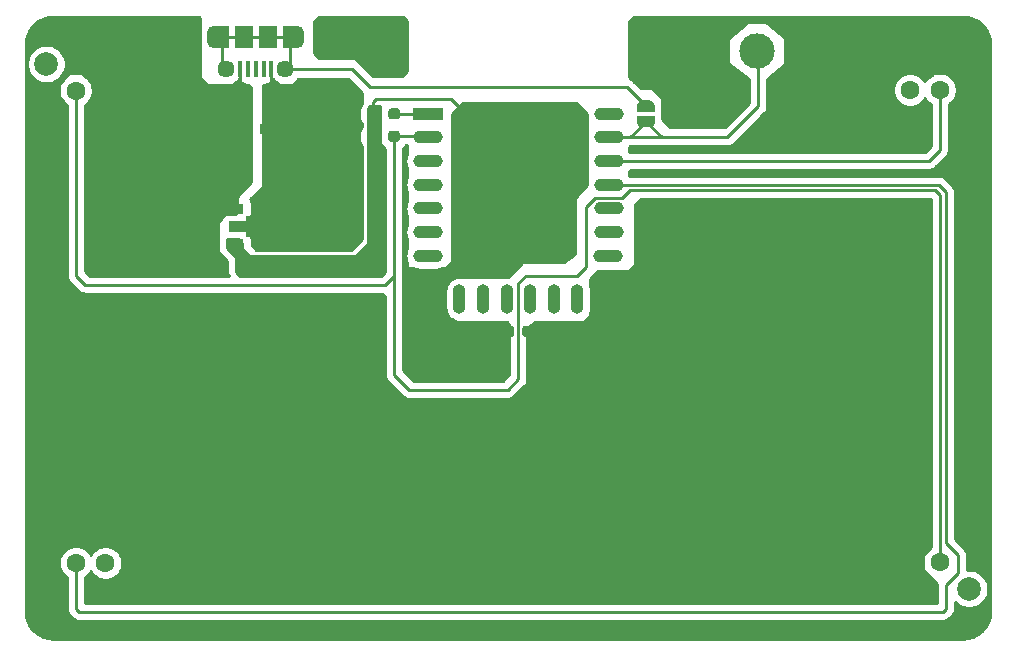
<source format=gtl>
%TF.GenerationSoftware,KiCad,Pcbnew,5.1.12-84ad8e8a86~92~ubuntu20.04.1*%
%TF.CreationDate,2022-11-18T17:27:09+01:00*%
%TF.ProjectId,pongCard,706f6e67-4361-4726-942e-6b696361645f,rev?*%
%TF.SameCoordinates,Original*%
%TF.FileFunction,Copper,L1,Top*%
%TF.FilePolarity,Positive*%
%FSLAX46Y46*%
G04 Gerber Fmt 4.6, Leading zero omitted, Abs format (unit mm)*
G04 Created by KiCad (PCBNEW 5.1.12-84ad8e8a86~92~ubuntu20.04.1) date 2022-11-18 17:27:09*
%MOMM*%
%LPD*%
G01*
G04 APERTURE LIST*
%TA.AperFunction,ComponentPad*%
%ADD10C,1.600000*%
%TD*%
%TA.AperFunction,ComponentPad*%
%ADD11C,2.000000*%
%TD*%
%TA.AperFunction,ComponentPad*%
%ADD12O,1.100000X2.500000*%
%TD*%
%TA.AperFunction,ComponentPad*%
%ADD13O,2.500000X1.100000*%
%TD*%
%TA.AperFunction,ComponentPad*%
%ADD14R,2.500000X1.100000*%
%TD*%
%TA.AperFunction,SMDPad,CuDef*%
%ADD15C,0.100000*%
%TD*%
%TA.AperFunction,SMDPad,CuDef*%
%ADD16R,1.300000X0.900000*%
%TD*%
%TA.AperFunction,SMDPad,CuDef*%
%ADD17R,1.200000X1.900000*%
%TD*%
%TA.AperFunction,ComponentPad*%
%ADD18O,1.200000X1.900000*%
%TD*%
%TA.AperFunction,SMDPad,CuDef*%
%ADD19R,1.500000X1.900000*%
%TD*%
%TA.AperFunction,ComponentPad*%
%ADD20C,1.450000*%
%TD*%
%TA.AperFunction,SMDPad,CuDef*%
%ADD21R,0.400000X1.350000*%
%TD*%
%TA.AperFunction,ComponentPad*%
%ADD22C,3.000000*%
%TD*%
%TA.AperFunction,Conductor*%
%ADD23C,0.250000*%
%TD*%
%TA.AperFunction,Conductor*%
%ADD24C,0.254000*%
%TD*%
%TA.AperFunction,Conductor*%
%ADD25C,0.100000*%
%TD*%
%TA.AperFunction,NonConductor*%
%ADD26C,0.254000*%
%TD*%
%TA.AperFunction,NonConductor*%
%ADD27C,0.100000*%
%TD*%
G04 APERTURE END LIST*
D10*
%TO.P,RV2,2*%
%TO.N,Net-(R5-Pad2)*%
X65405000Y-67424000D03*
%TO.P,RV2,MP*%
%TO.N,GND*%
X67905000Y-67424000D03*
%TO.P,RV2,L*%
%TO.N,N/C*%
X67905000Y-107424000D03*
%TO.P,RV2,3*%
%TO.N,Net-(RV2-Pad3)*%
X65405000Y-107424000D03*
D11*
%TO.P,RV2,1*%
%TO.N,Net-(RV2-Pad1)*%
X62905000Y-65174000D03*
%TO.P,RV2,MP*%
%TO.N,GND*%
X70405000Y-65174000D03*
X70405000Y-109674000D03*
X62905000Y-109924000D03*
%TD*%
D10*
%TO.P,RV1,2*%
%TO.N,Net-(R5-Pad2)*%
X138537000Y-107358000D03*
%TO.P,RV1,MP*%
%TO.N,GND*%
X136037000Y-107358000D03*
%TO.P,RV1,L*%
%TO.N,N/C*%
X136037000Y-67358000D03*
%TO.P,RV1,3*%
%TO.N,Net-(RV1-Pad3)*%
X138537000Y-67358000D03*
D11*
%TO.P,RV1,1*%
%TO.N,Net-(RV1-Pad1)*%
X141037000Y-109608000D03*
%TO.P,RV1,MP*%
%TO.N,GND*%
X133537000Y-109608000D03*
X133537000Y-65108000D03*
X141037000Y-64858000D03*
%TD*%
D12*
%TO.P,U3,22*%
%TO.N,Net-(U3-Pad22)*%
X107875000Y-85090000D03*
%TO.P,U3,21*%
%TO.N,Net-(U3-Pad21)*%
X105875000Y-85090000D03*
%TO.P,U3,20*%
%TO.N,Net-(U3-Pad20)*%
X103875000Y-85090000D03*
%TO.P,U3,19*%
%TO.N,Net-(U3-Pad19)*%
X101875000Y-85090000D03*
%TO.P,U3,18*%
%TO.N,Net-(U3-Pad18)*%
X99875000Y-85090000D03*
%TO.P,U3,17*%
%TO.N,Net-(U3-Pad17)*%
X97875000Y-85090000D03*
D13*
%TO.P,U3,16*%
%TO.N,Net-(U3-Pad16)*%
X110585000Y-69390000D03*
%TO.P,U3,15*%
%TO.N,Ant*%
X110585000Y-71390000D03*
%TO.P,U3,14*%
%TO.N,Net-(RV1-Pad3)*%
X110585000Y-73390000D03*
%TO.P,U3,13*%
%TO.N,Net-(RV2-Pad3)*%
X110585000Y-75390000D03*
%TO.P,U3,12*%
%TO.N,Net-(U3-Pad12)*%
X110585000Y-77390000D03*
%TO.P,U3,11*%
%TO.N,Net-(U3-Pad11)*%
X110585000Y-79390000D03*
%TO.P,U3,10*%
%TO.N,Net-(U3-Pad10)*%
X110485000Y-81390000D03*
%TO.P,U3,9*%
%TO.N,GND*%
X110585000Y-83390000D03*
%TO.P,U3,8*%
%TO.N,+3V3*%
X95185000Y-83390000D03*
%TO.P,U3,7*%
%TO.N,Net-(U3-Pad7)*%
X95185000Y-81390000D03*
%TO.P,U3,6*%
%TO.N,Net-(U3-Pad6)*%
X95185000Y-79390000D03*
%TO.P,U3,5*%
%TO.N,Net-(U3-Pad5)*%
X95185000Y-77390000D03*
%TO.P,U3,4*%
%TO.N,Net-(U3-Pad4)*%
X95185000Y-75390000D03*
%TO.P,U3,3*%
%TO.N,Net-(U3-Pad3)*%
X95185000Y-73390000D03*
%TO.P,U3,2*%
%TO.N,Net-(R5-Pad2)*%
X95185000Y-71390000D03*
D14*
%TO.P,U3,1*%
%TO.N,Net-(R4-Pad2)*%
X95185000Y-69390000D03*
%TD*%
%TA.AperFunction,SMDPad,CuDef*%
D15*
%TO.P,U2,2*%
%TO.N,Net-(C3-Pad1)*%
G36*
X82945000Y-79781500D02*
G01*
X79820000Y-79781500D01*
X79820000Y-79365000D01*
X78345000Y-79365000D01*
X78345000Y-78465000D01*
X79820000Y-78465000D01*
X79820000Y-78048500D01*
X82945000Y-78048500D01*
X82945000Y-79781500D01*
G37*
%TD.AperFunction*%
D16*
%TO.P,U2,3*%
%TO.N,+3V3*%
X78995000Y-80415000D03*
%TO.P,U2,1*%
%TO.N,GND*%
X78995000Y-77415000D03*
%TD*%
%TO.P,R5,2*%
%TO.N,Net-(R5-Pad2)*%
%TA.AperFunction,SMDPad,CuDef*%
G36*
G01*
X91865000Y-71532500D02*
X91865000Y-71057500D01*
G75*
G02*
X92102500Y-70820000I237500J0D01*
G01*
X92602500Y-70820000D01*
G75*
G02*
X92840000Y-71057500I0J-237500D01*
G01*
X92840000Y-71532500D01*
G75*
G02*
X92602500Y-71770000I-237500J0D01*
G01*
X92102500Y-71770000D01*
G75*
G02*
X91865000Y-71532500I0J237500D01*
G01*
G37*
%TD.AperFunction*%
%TO.P,R5,1*%
%TO.N,+3V3*%
%TA.AperFunction,SMDPad,CuDef*%
G36*
G01*
X90040000Y-71532500D02*
X90040000Y-71057500D01*
G75*
G02*
X90277500Y-70820000I237500J0D01*
G01*
X90777500Y-70820000D01*
G75*
G02*
X91015000Y-71057500I0J-237500D01*
G01*
X91015000Y-71532500D01*
G75*
G02*
X90777500Y-71770000I-237500J0D01*
G01*
X90277500Y-71770000D01*
G75*
G02*
X90040000Y-71532500I0J237500D01*
G01*
G37*
%TD.AperFunction*%
%TD*%
%TO.P,R4,2*%
%TO.N,Net-(R4-Pad2)*%
%TA.AperFunction,SMDPad,CuDef*%
G36*
G01*
X91865000Y-69627500D02*
X91865000Y-69152500D01*
G75*
G02*
X92102500Y-68915000I237500J0D01*
G01*
X92602500Y-68915000D01*
G75*
G02*
X92840000Y-69152500I0J-237500D01*
G01*
X92840000Y-69627500D01*
G75*
G02*
X92602500Y-69865000I-237500J0D01*
G01*
X92102500Y-69865000D01*
G75*
G02*
X91865000Y-69627500I0J237500D01*
G01*
G37*
%TD.AperFunction*%
%TO.P,R4,1*%
%TO.N,+3V3*%
%TA.AperFunction,SMDPad,CuDef*%
G36*
G01*
X90040000Y-69627500D02*
X90040000Y-69152500D01*
G75*
G02*
X90277500Y-68915000I237500J0D01*
G01*
X90777500Y-68915000D01*
G75*
G02*
X91015000Y-69152500I0J-237500D01*
G01*
X91015000Y-69627500D01*
G75*
G02*
X90777500Y-69865000I-237500J0D01*
G01*
X90277500Y-69865000D01*
G75*
G02*
X90040000Y-69627500I0J237500D01*
G01*
G37*
%TD.AperFunction*%
%TD*%
%TA.AperFunction,SMDPad,CuDef*%
D15*
%TO.P,JP1,2*%
%TO.N,Net-(J1-Pad6)*%
G36*
X112915602Y-68740000D02*
G01*
X112915602Y-68715466D01*
X112920412Y-68666635D01*
X112929984Y-68618510D01*
X112944228Y-68571555D01*
X112963005Y-68526222D01*
X112986136Y-68482949D01*
X113013396Y-68442150D01*
X113044524Y-68404221D01*
X113079221Y-68369524D01*
X113117150Y-68338396D01*
X113157949Y-68311136D01*
X113201222Y-68288005D01*
X113246555Y-68269228D01*
X113293510Y-68254984D01*
X113341635Y-68245412D01*
X113390466Y-68240602D01*
X113415000Y-68240602D01*
X113415000Y-68240000D01*
X113915000Y-68240000D01*
X113915000Y-68240602D01*
X113939534Y-68240602D01*
X113988365Y-68245412D01*
X114036490Y-68254984D01*
X114083445Y-68269228D01*
X114128778Y-68288005D01*
X114172051Y-68311136D01*
X114212850Y-68338396D01*
X114250779Y-68369524D01*
X114285476Y-68404221D01*
X114316604Y-68442150D01*
X114343864Y-68482949D01*
X114366995Y-68526222D01*
X114385772Y-68571555D01*
X114400016Y-68618510D01*
X114409588Y-68666635D01*
X114414398Y-68715466D01*
X114414398Y-68740000D01*
X114415000Y-68740000D01*
X114415000Y-69240000D01*
X112915000Y-69240000D01*
X112915000Y-68740000D01*
X112915602Y-68740000D01*
G37*
%TD.AperFunction*%
%TA.AperFunction,SMDPad,CuDef*%
%TO.P,JP1,1*%
%TO.N,Ant*%
G36*
X114415000Y-69540000D02*
G01*
X114415000Y-70040000D01*
X114414398Y-70040000D01*
X114414398Y-70064534D01*
X114409588Y-70113365D01*
X114400016Y-70161490D01*
X114385772Y-70208445D01*
X114366995Y-70253778D01*
X114343864Y-70297051D01*
X114316604Y-70337850D01*
X114285476Y-70375779D01*
X114250779Y-70410476D01*
X114212850Y-70441604D01*
X114172051Y-70468864D01*
X114128778Y-70491995D01*
X114083445Y-70510772D01*
X114036490Y-70525016D01*
X113988365Y-70534588D01*
X113939534Y-70539398D01*
X113915000Y-70539398D01*
X113915000Y-70540000D01*
X113415000Y-70540000D01*
X113415000Y-70539398D01*
X113390466Y-70539398D01*
X113341635Y-70534588D01*
X113293510Y-70525016D01*
X113246555Y-70510772D01*
X113201222Y-70491995D01*
X113157949Y-70468864D01*
X113117150Y-70441604D01*
X113079221Y-70410476D01*
X113044524Y-70375779D01*
X113013396Y-70337850D01*
X112986136Y-70297051D01*
X112963005Y-70253778D01*
X112944228Y-70208445D01*
X112929984Y-70161490D01*
X112920412Y-70113365D01*
X112915602Y-70064534D01*
X112915602Y-70040000D01*
X112915000Y-70040000D01*
X112915000Y-69540000D01*
X114415000Y-69540000D01*
G37*
%TD.AperFunction*%
%TD*%
D17*
%TO.P,J1,6*%
%TO.N,Net-(J1-Pad6)*%
X83545000Y-62897500D03*
X77745000Y-62897500D03*
D18*
X77145000Y-62897500D03*
X84145000Y-62897500D03*
D19*
X81645000Y-62897500D03*
D20*
X78145000Y-65597500D03*
D21*
%TO.P,J1,3*%
%TO.N,Net-(J1-Pad3)*%
X80645000Y-65597500D03*
%TO.P,J1,4*%
%TO.N,Net-(J1-Pad4)*%
X79995000Y-65597500D03*
%TO.P,J1,5*%
%TO.N,GND*%
X79345000Y-65597500D03*
%TO.P,J1,1*%
%TO.N,Net-(C3-Pad1)*%
X81945000Y-65597500D03*
%TO.P,J1,2*%
%TO.N,Net-(J1-Pad2)*%
X81295000Y-65597500D03*
D20*
%TO.P,J1,6*%
%TO.N,Net-(J1-Pad6)*%
X83145000Y-65597500D03*
D19*
X79645000Y-62897500D03*
%TD*%
%TO.P,C4,2*%
%TO.N,GND*%
%TA.AperFunction,SMDPad,CuDef*%
G36*
G01*
X80320000Y-70422500D02*
X80320000Y-70897500D01*
G75*
G02*
X80082500Y-71135000I-237500J0D01*
G01*
X79482500Y-71135000D01*
G75*
G02*
X79245000Y-70897500I0J237500D01*
G01*
X79245000Y-70422500D01*
G75*
G02*
X79482500Y-70185000I237500J0D01*
G01*
X80082500Y-70185000D01*
G75*
G02*
X80320000Y-70422500I0J-237500D01*
G01*
G37*
%TD.AperFunction*%
%TO.P,C4,1*%
%TO.N,Net-(C3-Pad1)*%
%TA.AperFunction,SMDPad,CuDef*%
G36*
G01*
X82045000Y-70422500D02*
X82045000Y-70897500D01*
G75*
G02*
X81807500Y-71135000I-237500J0D01*
G01*
X81207500Y-71135000D01*
G75*
G02*
X80970000Y-70897500I0J237500D01*
G01*
X80970000Y-70422500D01*
G75*
G02*
X81207500Y-70185000I237500J0D01*
G01*
X81807500Y-70185000D01*
G75*
G02*
X82045000Y-70422500I0J-237500D01*
G01*
G37*
%TD.AperFunction*%
%TD*%
%TO.P,C3,2*%
%TO.N,GND*%
%TA.AperFunction,SMDPad,CuDef*%
G36*
G01*
X79745000Y-73819999D02*
X79745000Y-75120001D01*
G75*
G02*
X79495001Y-75370000I-249999J0D01*
G01*
X78669999Y-75370000D01*
G75*
G02*
X78420000Y-75120001I0J249999D01*
G01*
X78420000Y-73819999D01*
G75*
G02*
X78669999Y-73570000I249999J0D01*
G01*
X79495001Y-73570000D01*
G75*
G02*
X79745000Y-73819999I0J-249999D01*
G01*
G37*
%TD.AperFunction*%
%TO.P,C3,1*%
%TO.N,Net-(C3-Pad1)*%
%TA.AperFunction,SMDPad,CuDef*%
G36*
G01*
X82870000Y-73819999D02*
X82870000Y-75120001D01*
G75*
G02*
X82620001Y-75370000I-249999J0D01*
G01*
X81794999Y-75370000D01*
G75*
G02*
X81545000Y-75120001I0J249999D01*
G01*
X81545000Y-73819999D01*
G75*
G02*
X81794999Y-73570000I249999J0D01*
G01*
X82620001Y-73570000D01*
G75*
G02*
X82870000Y-73819999I0J-249999D01*
G01*
G37*
%TD.AperFunction*%
%TD*%
%TO.P,C2,2*%
%TO.N,GND*%
%TA.AperFunction,SMDPad,CuDef*%
G36*
G01*
X103195000Y-88042500D02*
X103195000Y-87567500D01*
G75*
G02*
X103432500Y-87330000I237500J0D01*
G01*
X104032500Y-87330000D01*
G75*
G02*
X104270000Y-87567500I0J-237500D01*
G01*
X104270000Y-88042500D01*
G75*
G02*
X104032500Y-88280000I-237500J0D01*
G01*
X103432500Y-88280000D01*
G75*
G02*
X103195000Y-88042500I0J237500D01*
G01*
G37*
%TD.AperFunction*%
%TO.P,C2,1*%
%TO.N,+3V3*%
%TA.AperFunction,SMDPad,CuDef*%
G36*
G01*
X101470000Y-88042500D02*
X101470000Y-87567500D01*
G75*
G02*
X101707500Y-87330000I237500J0D01*
G01*
X102307500Y-87330000D01*
G75*
G02*
X102545000Y-87567500I0J-237500D01*
G01*
X102545000Y-88042500D01*
G75*
G02*
X102307500Y-88280000I-237500J0D01*
G01*
X101707500Y-88280000D01*
G75*
G02*
X101470000Y-88042500I0J237500D01*
G01*
G37*
%TD.AperFunction*%
%TD*%
%TO.P,C1,2*%
%TO.N,GND*%
%TA.AperFunction,SMDPad,CuDef*%
G36*
G01*
X103770000Y-90995001D02*
X103770000Y-89694999D01*
G75*
G02*
X104019999Y-89445000I249999J0D01*
G01*
X104845001Y-89445000D01*
G75*
G02*
X105095000Y-89694999I0J-249999D01*
G01*
X105095000Y-90995001D01*
G75*
G02*
X104845001Y-91245000I-249999J0D01*
G01*
X104019999Y-91245000D01*
G75*
G02*
X103770000Y-90995001I0J249999D01*
G01*
G37*
%TD.AperFunction*%
%TO.P,C1,1*%
%TO.N,+3V3*%
%TA.AperFunction,SMDPad,CuDef*%
G36*
G01*
X100645000Y-90995001D02*
X100645000Y-89694999D01*
G75*
G02*
X100894999Y-89445000I249999J0D01*
G01*
X101720001Y-89445000D01*
G75*
G02*
X101970000Y-89694999I0J-249999D01*
G01*
X101970000Y-90995001D01*
G75*
G02*
X101720001Y-91245000I-249999J0D01*
G01*
X100894999Y-91245000D01*
G75*
G02*
X100645000Y-90995001I0J249999D01*
G01*
G37*
%TD.AperFunction*%
%TD*%
D22*
%TO.P,AE1,1*%
%TO.N,Ant*%
X123063000Y-64056000D03*
%TD*%
D23*
%TO.N,Ant*%
X123190000Y-68755000D02*
X123190000Y-63040000D01*
X120555000Y-71390000D02*
X123190000Y-68755000D01*
X112315000Y-71390000D02*
X113665000Y-70040000D01*
X109885000Y-71390000D02*
X112315000Y-71390000D01*
X115015000Y-71390000D02*
X115411000Y-71390000D01*
X113665000Y-70040000D02*
X115015000Y-71390000D01*
X115411000Y-71390000D02*
X120555000Y-71390000D01*
X109885000Y-71390000D02*
X115411000Y-71390000D01*
%TO.N,GND*%
X79345000Y-70222500D02*
X79782500Y-70660000D01*
X79345000Y-65597500D02*
X79345000Y-70222500D01*
X79345000Y-74207500D02*
X79082500Y-74470000D01*
X79345000Y-70222500D02*
X79345000Y-74207500D01*
X79082500Y-77327500D02*
X78995000Y-77415000D01*
X79082500Y-74470000D02*
X79082500Y-77327500D01*
X109885000Y-83390000D02*
X109885000Y-86505000D01*
X109885000Y-86505000D02*
X108585000Y-87805000D01*
X108585000Y-87805000D02*
X103732500Y-87805000D01*
X109885000Y-86505000D02*
X109885000Y-89680000D01*
X109220000Y-90345000D02*
X104432500Y-90345000D01*
X109885000Y-89680000D02*
X109220000Y-90345000D01*
X70155000Y-65174000D02*
X70405000Y-65174000D01*
X79082500Y-73851500D02*
X79082500Y-74470000D01*
%TO.N,+3V3*%
X101307500Y-90345000D02*
X96520000Y-90345000D01*
X96520000Y-90345000D02*
X95885000Y-89710000D01*
X97155000Y-87805000D02*
X95885000Y-86535000D01*
X102007500Y-87805000D02*
X97155000Y-87805000D01*
X95885000Y-86535000D02*
X95885000Y-83390000D01*
X95885000Y-89710000D02*
X95885000Y-86535000D01*
X90527500Y-69390000D02*
X90527500Y-71295000D01*
X97790000Y-81485000D02*
X95885000Y-83390000D01*
X97790000Y-68755000D02*
X97790000Y-81485000D01*
X97155000Y-68120000D02*
X97790000Y-68755000D01*
X90805000Y-68120000D02*
X97155000Y-68120000D01*
X90527500Y-68397500D02*
X90805000Y-68120000D01*
X90527500Y-69390000D02*
X90527500Y-68397500D01*
%TO.N,Net-(C3-Pad1)*%
X81945000Y-70222500D02*
X81507500Y-70660000D01*
X81945000Y-65597500D02*
X81945000Y-70222500D01*
X81945000Y-74207500D02*
X82207500Y-74470000D01*
X81945000Y-70222500D02*
X81945000Y-74207500D01*
X82207500Y-74470000D02*
X82207500Y-77352500D01*
X80645000Y-78915000D02*
X79082500Y-78915000D01*
X82207500Y-77352500D02*
X80645000Y-78915000D01*
%TO.N,Net-(J1-Pad6)*%
X83545000Y-65197500D02*
X83145000Y-65597500D01*
X83545000Y-62897500D02*
X83545000Y-65197500D01*
X78145000Y-65597500D02*
X78122500Y-65597500D01*
X77745000Y-65220000D02*
X77745000Y-62897500D01*
X78122500Y-65597500D02*
X77745000Y-65220000D01*
X77745000Y-62897500D02*
X79645000Y-62897500D01*
X79645000Y-62897500D02*
X81645000Y-62897500D01*
X81645000Y-62897500D02*
X84145000Y-62897500D01*
X113665000Y-68740000D02*
X112791000Y-67866000D01*
X88773000Y-65580000D02*
X83162500Y-65580000D01*
X90297000Y-67104000D02*
X88773000Y-65580000D01*
X112029000Y-67104000D02*
X90297000Y-67104000D01*
X83162500Y-65580000D02*
X83145000Y-65597500D01*
X113665000Y-68740000D02*
X112029000Y-67104000D01*
%TO.N,Net-(R4-Pad2)*%
X92352500Y-69390000D02*
X95885000Y-69390000D01*
%TO.N,Net-(R5-Pad2)*%
X95790000Y-71295000D02*
X95885000Y-71390000D01*
X92352500Y-71295000D02*
X95790000Y-71295000D01*
X65405000Y-67650000D02*
X65425000Y-67630000D01*
X92352500Y-83082500D02*
X91594991Y-83840009D01*
X92352500Y-71295000D02*
X92352500Y-83082500D01*
X91594991Y-83840009D02*
X66139009Y-83840009D01*
X65405000Y-83106000D02*
X65405000Y-67424000D01*
X66139009Y-83840009D02*
X65405000Y-83106000D01*
X138557000Y-107338000D02*
X138537000Y-107358000D01*
X138557000Y-76248000D02*
X138557000Y-107338000D01*
X92352500Y-83082500D02*
X92352500Y-91511500D01*
X108585000Y-82344000D02*
X108585000Y-77264000D01*
X112294990Y-75840010D02*
X138149010Y-75840010D01*
X101981000Y-92758000D02*
X102870000Y-91869000D01*
X102870000Y-91869000D02*
X102870000Y-83741000D01*
X102870000Y-83741000D02*
X103505000Y-83106000D01*
X92352500Y-91511500D02*
X93599000Y-92758000D01*
X107823000Y-83106000D02*
X108585000Y-82344000D01*
X108585000Y-77264000D02*
X109347000Y-76502000D01*
X103505000Y-83106000D02*
X107823000Y-83106000D01*
X93599000Y-92758000D02*
X101981000Y-92758000D01*
X109347000Y-76502000D02*
X111633000Y-76502000D01*
X138149010Y-75840010D02*
X138557000Y-76248000D01*
X111633000Y-76502000D02*
X112294990Y-75840010D01*
%TO.N,Net-(RV1-Pad3)*%
X109885000Y-73390000D02*
X137605000Y-73390000D01*
X138537000Y-72458000D02*
X138537000Y-67358000D01*
X137605000Y-73390000D02*
X138537000Y-72458000D01*
%TO.N,Net-(RV2-Pad3)*%
X137445000Y-75390000D02*
X138145000Y-75390000D01*
X109885000Y-75390000D02*
X137445000Y-75390000D01*
X138461000Y-75390000D02*
X137445000Y-75390000D01*
X140081000Y-108252000D02*
X139065000Y-109268000D01*
X140081000Y-106728000D02*
X140081000Y-108252000D01*
X139065000Y-105712000D02*
X140081000Y-106728000D01*
X139065000Y-75994000D02*
X139065000Y-105712000D01*
X138461000Y-75390000D02*
X139065000Y-75994000D01*
X65405000Y-107424000D02*
X65405000Y-111300000D01*
X65405000Y-111300000D02*
X65659000Y-111554000D01*
X65659000Y-111554000D02*
X138811000Y-111554000D01*
X139065000Y-111300000D02*
X139065000Y-109268000D01*
X138811000Y-111554000D02*
X139065000Y-111300000D01*
%TD*%
D24*
%TO.N,+3V3*%
X108698077Y-69428683D02*
X108712000Y-69570043D01*
X108712000Y-71209957D01*
X108694267Y-71390000D01*
X108712000Y-71570043D01*
X108712000Y-73209957D01*
X108694267Y-73390000D01*
X108712000Y-73570043D01*
X108712000Y-75209957D01*
X108694267Y-75390000D01*
X108699748Y-75445646D01*
X107733197Y-76412197D01*
X107717403Y-76431443D01*
X107705667Y-76453399D01*
X107698440Y-76477224D01*
X107696000Y-76502000D01*
X107696000Y-81264500D01*
X106764667Y-81963000D01*
X103251000Y-81963000D01*
X103226224Y-81965440D01*
X103202399Y-81972667D01*
X103180443Y-81984403D01*
X103161197Y-82000197D01*
X101954315Y-83207079D01*
X101875000Y-83199267D01*
X101642700Y-83222147D01*
X101606922Y-83233000D01*
X100143077Y-83233000D01*
X100107299Y-83222147D01*
X99875000Y-83199267D01*
X99642700Y-83222147D01*
X99606922Y-83233000D01*
X98143077Y-83233000D01*
X98107299Y-83222147D01*
X97875000Y-83199267D01*
X97642700Y-83222147D01*
X97419326Y-83289906D01*
X97213464Y-83399942D01*
X97033025Y-83548025D01*
X96884942Y-83728465D01*
X96774906Y-83934327D01*
X96707147Y-84157701D01*
X96690000Y-84331794D01*
X96690000Y-85848207D01*
X96707147Y-86022300D01*
X96774906Y-86245674D01*
X96884943Y-86451536D01*
X97033026Y-86631975D01*
X97213465Y-86780058D01*
X97419327Y-86890094D01*
X97474104Y-86906710D01*
X97573197Y-87005803D01*
X97592443Y-87021597D01*
X97614399Y-87033333D01*
X97638224Y-87040560D01*
X97663000Y-87043000D01*
X101928394Y-87043000D01*
X102110001Y-87224607D01*
X102110000Y-91433394D01*
X101545394Y-91998000D01*
X94034606Y-91998000D01*
X93112500Y-91075894D01*
X93112500Y-83119833D01*
X93116177Y-83082500D01*
X93112500Y-83045167D01*
X93112500Y-72342106D01*
X93399606Y-72055000D01*
X93472000Y-72055000D01*
X93472000Y-72771385D01*
X93384906Y-72934326D01*
X93317147Y-73157700D01*
X93294267Y-73390000D01*
X93317147Y-73622300D01*
X93384906Y-73845674D01*
X93472000Y-74008615D01*
X93472000Y-74771385D01*
X93384906Y-74934326D01*
X93317147Y-75157700D01*
X93294267Y-75390000D01*
X93317147Y-75622300D01*
X93384906Y-75845674D01*
X93472000Y-76008615D01*
X93472000Y-76771385D01*
X93384906Y-76934326D01*
X93317147Y-77157700D01*
X93294267Y-77390000D01*
X93317147Y-77622300D01*
X93384906Y-77845674D01*
X93472000Y-78008615D01*
X93472000Y-78771385D01*
X93384906Y-78934326D01*
X93317147Y-79157700D01*
X93294267Y-79390000D01*
X93317147Y-79622300D01*
X93384906Y-79845674D01*
X93472000Y-80008615D01*
X93472000Y-80771385D01*
X93384906Y-80934326D01*
X93317147Y-81157700D01*
X93294267Y-81390000D01*
X93317147Y-81622300D01*
X93384906Y-81845674D01*
X93472000Y-82008615D01*
X93472000Y-82344000D01*
X93474440Y-82368776D01*
X93481667Y-82392601D01*
X93493403Y-82414557D01*
X93509197Y-82433803D01*
X93528443Y-82449597D01*
X93550399Y-82461333D01*
X93574224Y-82468560D01*
X93599000Y-82471000D01*
X93993604Y-82471000D01*
X94029326Y-82490094D01*
X94252700Y-82557853D01*
X94426793Y-82575000D01*
X95943207Y-82575000D01*
X96117300Y-82557853D01*
X96340674Y-82490094D01*
X96376396Y-82471000D01*
X96647000Y-82471000D01*
X96671776Y-82468560D01*
X96695601Y-82461333D01*
X96717557Y-82449597D01*
X96736803Y-82433803D01*
X97244803Y-81925803D01*
X97260597Y-81906557D01*
X97272333Y-81884601D01*
X97279560Y-81860776D01*
X97282000Y-81836000D01*
X97282000Y-69442606D01*
X98223606Y-68501000D01*
X107770394Y-68501000D01*
X108698077Y-69428683D01*
%TA.AperFunction,Conductor*%
D25*
G36*
X108698077Y-69428683D02*
G01*
X108712000Y-69570043D01*
X108712000Y-71209957D01*
X108694267Y-71390000D01*
X108712000Y-71570043D01*
X108712000Y-73209957D01*
X108694267Y-73390000D01*
X108712000Y-73570043D01*
X108712000Y-75209957D01*
X108694267Y-75390000D01*
X108699748Y-75445646D01*
X107733197Y-76412197D01*
X107717403Y-76431443D01*
X107705667Y-76453399D01*
X107698440Y-76477224D01*
X107696000Y-76502000D01*
X107696000Y-81264500D01*
X106764667Y-81963000D01*
X103251000Y-81963000D01*
X103226224Y-81965440D01*
X103202399Y-81972667D01*
X103180443Y-81984403D01*
X103161197Y-82000197D01*
X101954315Y-83207079D01*
X101875000Y-83199267D01*
X101642700Y-83222147D01*
X101606922Y-83233000D01*
X100143077Y-83233000D01*
X100107299Y-83222147D01*
X99875000Y-83199267D01*
X99642700Y-83222147D01*
X99606922Y-83233000D01*
X98143077Y-83233000D01*
X98107299Y-83222147D01*
X97875000Y-83199267D01*
X97642700Y-83222147D01*
X97419326Y-83289906D01*
X97213464Y-83399942D01*
X97033025Y-83548025D01*
X96884942Y-83728465D01*
X96774906Y-83934327D01*
X96707147Y-84157701D01*
X96690000Y-84331794D01*
X96690000Y-85848207D01*
X96707147Y-86022300D01*
X96774906Y-86245674D01*
X96884943Y-86451536D01*
X97033026Y-86631975D01*
X97213465Y-86780058D01*
X97419327Y-86890094D01*
X97474104Y-86906710D01*
X97573197Y-87005803D01*
X97592443Y-87021597D01*
X97614399Y-87033333D01*
X97638224Y-87040560D01*
X97663000Y-87043000D01*
X101928394Y-87043000D01*
X102110001Y-87224607D01*
X102110000Y-91433394D01*
X101545394Y-91998000D01*
X94034606Y-91998000D01*
X93112500Y-91075894D01*
X93112500Y-83119833D01*
X93116177Y-83082500D01*
X93112500Y-83045167D01*
X93112500Y-72342106D01*
X93399606Y-72055000D01*
X93472000Y-72055000D01*
X93472000Y-72771385D01*
X93384906Y-72934326D01*
X93317147Y-73157700D01*
X93294267Y-73390000D01*
X93317147Y-73622300D01*
X93384906Y-73845674D01*
X93472000Y-74008615D01*
X93472000Y-74771385D01*
X93384906Y-74934326D01*
X93317147Y-75157700D01*
X93294267Y-75390000D01*
X93317147Y-75622300D01*
X93384906Y-75845674D01*
X93472000Y-76008615D01*
X93472000Y-76771385D01*
X93384906Y-76934326D01*
X93317147Y-77157700D01*
X93294267Y-77390000D01*
X93317147Y-77622300D01*
X93384906Y-77845674D01*
X93472000Y-78008615D01*
X93472000Y-78771385D01*
X93384906Y-78934326D01*
X93317147Y-79157700D01*
X93294267Y-79390000D01*
X93317147Y-79622300D01*
X93384906Y-79845674D01*
X93472000Y-80008615D01*
X93472000Y-80771385D01*
X93384906Y-80934326D01*
X93317147Y-81157700D01*
X93294267Y-81390000D01*
X93317147Y-81622300D01*
X93384906Y-81845674D01*
X93472000Y-82008615D01*
X93472000Y-82344000D01*
X93474440Y-82368776D01*
X93481667Y-82392601D01*
X93493403Y-82414557D01*
X93509197Y-82433803D01*
X93528443Y-82449597D01*
X93550399Y-82461333D01*
X93574224Y-82468560D01*
X93599000Y-82471000D01*
X93993604Y-82471000D01*
X94029326Y-82490094D01*
X94252700Y-82557853D01*
X94426793Y-82575000D01*
X95943207Y-82575000D01*
X96117300Y-82557853D01*
X96340674Y-82490094D01*
X96376396Y-82471000D01*
X96647000Y-82471000D01*
X96671776Y-82468560D01*
X96695601Y-82461333D01*
X96717557Y-82449597D01*
X96736803Y-82433803D01*
X97244803Y-81925803D01*
X97260597Y-81906557D01*
X97272333Y-81884601D01*
X97279560Y-81860776D01*
X97282000Y-81836000D01*
X97282000Y-69442606D01*
X98223606Y-68501000D01*
X107770394Y-68501000D01*
X108698077Y-69428683D01*
G37*
%TD.AperFunction*%
%TD*%
D24*
%TO.N,Net-(C3-Pad1)*%
X89662000Y-67664606D02*
X89662000Y-68530404D01*
X89658377Y-68533377D01*
X89549488Y-68666058D01*
X89468577Y-68817433D01*
X89418752Y-68981684D01*
X89401928Y-69152500D01*
X89401928Y-69627500D01*
X89418752Y-69798316D01*
X89468577Y-69962567D01*
X89549488Y-70113942D01*
X89658377Y-70246623D01*
X89662000Y-70249596D01*
X89662000Y-70435404D01*
X89658377Y-70438377D01*
X89549488Y-70571058D01*
X89468577Y-70722433D01*
X89418752Y-70886684D01*
X89401928Y-71057500D01*
X89401928Y-71532500D01*
X89418752Y-71703316D01*
X89468577Y-71867567D01*
X89549488Y-72018942D01*
X89658377Y-72151623D01*
X89662000Y-72154596D01*
X89662000Y-80005394D01*
X88720394Y-80947000D01*
X80697606Y-80947000D01*
X80283072Y-80532466D01*
X80283072Y-79965000D01*
X80270812Y-79840518D01*
X80264000Y-79818062D01*
X80264000Y-79550000D01*
X80261560Y-79525224D01*
X80254333Y-79501399D01*
X80242597Y-79479443D01*
X80226803Y-79460197D01*
X80010000Y-79243394D01*
X80010000Y-78386915D01*
X80096185Y-78316185D01*
X80175537Y-78219494D01*
X80234502Y-78109180D01*
X80270812Y-77989482D01*
X80283072Y-77865000D01*
X80283072Y-76965000D01*
X80270812Y-76840518D01*
X80234502Y-76720820D01*
X80186880Y-76631726D01*
X81242803Y-75575803D01*
X81258597Y-75556557D01*
X81270333Y-75534601D01*
X81277560Y-75510776D01*
X81280000Y-75486000D01*
X81280000Y-66910572D01*
X81495000Y-66910572D01*
X81619482Y-66898312D01*
X81739180Y-66862002D01*
X81849494Y-66803037D01*
X81946185Y-66723685D01*
X82025537Y-66626994D01*
X82084502Y-66516680D01*
X82097617Y-66473447D01*
X82278051Y-66653881D01*
X82348040Y-66700646D01*
X82587197Y-66939803D01*
X82606443Y-66955597D01*
X82628399Y-66967333D01*
X82652224Y-66974560D01*
X82677000Y-66977000D01*
X83693000Y-66977000D01*
X83717776Y-66974560D01*
X83741601Y-66967333D01*
X83763557Y-66955597D01*
X83782803Y-66939803D01*
X84253606Y-66469000D01*
X88466394Y-66469000D01*
X89662000Y-67664606D01*
%TA.AperFunction,Conductor*%
D25*
G36*
X89662000Y-67664606D02*
G01*
X89662000Y-68530404D01*
X89658377Y-68533377D01*
X89549488Y-68666058D01*
X89468577Y-68817433D01*
X89418752Y-68981684D01*
X89401928Y-69152500D01*
X89401928Y-69627500D01*
X89418752Y-69798316D01*
X89468577Y-69962567D01*
X89549488Y-70113942D01*
X89658377Y-70246623D01*
X89662000Y-70249596D01*
X89662000Y-70435404D01*
X89658377Y-70438377D01*
X89549488Y-70571058D01*
X89468577Y-70722433D01*
X89418752Y-70886684D01*
X89401928Y-71057500D01*
X89401928Y-71532500D01*
X89418752Y-71703316D01*
X89468577Y-71867567D01*
X89549488Y-72018942D01*
X89658377Y-72151623D01*
X89662000Y-72154596D01*
X89662000Y-80005394D01*
X88720394Y-80947000D01*
X80697606Y-80947000D01*
X80283072Y-80532466D01*
X80283072Y-79965000D01*
X80270812Y-79840518D01*
X80264000Y-79818062D01*
X80264000Y-79550000D01*
X80261560Y-79525224D01*
X80254333Y-79501399D01*
X80242597Y-79479443D01*
X80226803Y-79460197D01*
X80010000Y-79243394D01*
X80010000Y-78386915D01*
X80096185Y-78316185D01*
X80175537Y-78219494D01*
X80234502Y-78109180D01*
X80270812Y-77989482D01*
X80283072Y-77865000D01*
X80283072Y-76965000D01*
X80270812Y-76840518D01*
X80234502Y-76720820D01*
X80186880Y-76631726D01*
X81242803Y-75575803D01*
X81258597Y-75556557D01*
X81270333Y-75534601D01*
X81277560Y-75510776D01*
X81280000Y-75486000D01*
X81280000Y-66910572D01*
X81495000Y-66910572D01*
X81619482Y-66898312D01*
X81739180Y-66862002D01*
X81849494Y-66803037D01*
X81946185Y-66723685D01*
X82025537Y-66626994D01*
X82084502Y-66516680D01*
X82097617Y-66473447D01*
X82278051Y-66653881D01*
X82348040Y-66700646D01*
X82587197Y-66939803D01*
X82606443Y-66955597D01*
X82628399Y-66967333D01*
X82652224Y-66974560D01*
X82677000Y-66977000D01*
X83693000Y-66977000D01*
X83717776Y-66974560D01*
X83741601Y-66967333D01*
X83763557Y-66955597D01*
X83782803Y-66939803D01*
X84253606Y-66469000D01*
X88466394Y-66469000D01*
X89662000Y-67664606D01*
G37*
%TD.AperFunction*%
%TD*%
D24*
%TO.N,+3V3*%
X91186000Y-71930000D02*
X91188440Y-71954776D01*
X91195667Y-71978601D01*
X91207403Y-72000557D01*
X91223197Y-72019803D01*
X91592500Y-72389106D01*
X91592501Y-82767697D01*
X91280190Y-83080009D01*
X79274615Y-83080009D01*
X78994000Y-82799394D01*
X78994000Y-81582000D01*
X78991560Y-81557224D01*
X78984333Y-81533399D01*
X78972597Y-81511443D01*
X78956803Y-81492197D01*
X78232000Y-80767394D01*
X78232000Y-79991943D01*
X78345000Y-80003072D01*
X79223640Y-80003072D01*
X79230498Y-80025680D01*
X79289463Y-80135994D01*
X79368815Y-80232685D01*
X79465506Y-80312037D01*
X79502000Y-80331544D01*
X79502000Y-80820000D01*
X79504440Y-80844776D01*
X79511667Y-80868601D01*
X79523403Y-80890557D01*
X79539197Y-80909803D01*
X80047197Y-81417803D01*
X80066443Y-81433597D01*
X80088399Y-81445333D01*
X80112224Y-81452560D01*
X80137000Y-81455000D01*
X89027000Y-81455000D01*
X89051776Y-81452560D01*
X89075601Y-81445333D01*
X89097557Y-81433597D01*
X89116803Y-81417803D01*
X90132803Y-80401803D01*
X90148597Y-80382557D01*
X90160333Y-80360601D01*
X90167560Y-80336776D01*
X90170000Y-80312000D01*
X90170000Y-68934606D01*
X90349606Y-68755000D01*
X91186000Y-68755000D01*
X91186000Y-71930000D01*
%TA.AperFunction,Conductor*%
D25*
G36*
X91186000Y-71930000D02*
G01*
X91188440Y-71954776D01*
X91195667Y-71978601D01*
X91207403Y-72000557D01*
X91223197Y-72019803D01*
X91592500Y-72389106D01*
X91592501Y-82767697D01*
X91280190Y-83080009D01*
X79274615Y-83080009D01*
X78994000Y-82799394D01*
X78994000Y-81582000D01*
X78991560Y-81557224D01*
X78984333Y-81533399D01*
X78972597Y-81511443D01*
X78956803Y-81492197D01*
X78232000Y-80767394D01*
X78232000Y-79991943D01*
X78345000Y-80003072D01*
X79223640Y-80003072D01*
X79230498Y-80025680D01*
X79289463Y-80135994D01*
X79368815Y-80232685D01*
X79465506Y-80312037D01*
X79502000Y-80331544D01*
X79502000Y-80820000D01*
X79504440Y-80844776D01*
X79511667Y-80868601D01*
X79523403Y-80890557D01*
X79539197Y-80909803D01*
X80047197Y-81417803D01*
X80066443Y-81433597D01*
X80088399Y-81445333D01*
X80112224Y-81452560D01*
X80137000Y-81455000D01*
X89027000Y-81455000D01*
X89051776Y-81452560D01*
X89075601Y-81445333D01*
X89097557Y-81433597D01*
X89116803Y-81417803D01*
X90132803Y-80401803D01*
X90148597Y-80382557D01*
X90160333Y-80360601D01*
X90167560Y-80336776D01*
X90170000Y-80312000D01*
X90170000Y-68934606D01*
X90349606Y-68755000D01*
X91186000Y-68755000D01*
X91186000Y-71930000D01*
G37*
%TD.AperFunction*%
%TD*%
D24*
%TO.N,GND*%
X75946000Y-61314606D02*
X75946000Y-62245632D01*
X75927870Y-62305398D01*
X75910000Y-62486835D01*
X75910000Y-63308164D01*
X75927870Y-63489601D01*
X75946000Y-63549367D01*
X75946000Y-66342000D01*
X75948440Y-66366776D01*
X75955667Y-66390601D01*
X75967403Y-66412557D01*
X75983197Y-66431803D01*
X76491197Y-66939803D01*
X76510443Y-66955597D01*
X76532399Y-66967333D01*
X76556224Y-66974560D01*
X76581000Y-66977000D01*
X78613000Y-66977000D01*
X78637776Y-66974560D01*
X78661601Y-66967333D01*
X78683557Y-66955597D01*
X78702803Y-66939803D01*
X78941960Y-66700646D01*
X79011949Y-66653881D01*
X79192383Y-66473447D01*
X79205498Y-66516680D01*
X79264463Y-66626994D01*
X79343815Y-66723685D01*
X79440506Y-66803037D01*
X79550820Y-66862002D01*
X79670518Y-66898312D01*
X79795000Y-66910572D01*
X80017966Y-66910572D01*
X80264000Y-67156606D01*
X80264000Y-75179394D01*
X79031197Y-76412197D01*
X79015403Y-76431443D01*
X79003667Y-76453399D01*
X78996440Y-76477224D01*
X78994000Y-76502000D01*
X78994000Y-77826928D01*
X78345000Y-77826928D01*
X78220518Y-77839188D01*
X78100820Y-77875498D01*
X77990506Y-77934463D01*
X77893815Y-78013815D01*
X77814463Y-78110506D01*
X77784119Y-78167275D01*
X77507197Y-78444197D01*
X77491403Y-78463443D01*
X77479667Y-78485399D01*
X77472440Y-78509224D01*
X77470000Y-78534000D01*
X77470000Y-81074000D01*
X77472440Y-81098776D01*
X77479667Y-81122601D01*
X77491403Y-81144557D01*
X77507197Y-81163803D01*
X78232000Y-81888606D01*
X78232000Y-82852000D01*
X78234440Y-82876776D01*
X78241667Y-82900601D01*
X78253403Y-82922557D01*
X78269197Y-82941803D01*
X78407403Y-83080009D01*
X66574615Y-83080009D01*
X66165000Y-82670394D01*
X66165000Y-68642043D01*
X66319759Y-68538637D01*
X66519637Y-68338759D01*
X66676680Y-68103727D01*
X66718966Y-68001640D01*
X66764803Y-67955803D01*
X66780597Y-67936557D01*
X66792333Y-67914601D01*
X66799560Y-67890776D01*
X66802000Y-67866000D01*
X66802000Y-67756371D01*
X66840000Y-67565335D01*
X66840000Y-67282665D01*
X66802000Y-67091629D01*
X66802000Y-66850000D01*
X66799560Y-66825224D01*
X66792333Y-66801399D01*
X66780597Y-66779443D01*
X66764803Y-66760197D01*
X66531296Y-66526690D01*
X66519637Y-66509241D01*
X66319759Y-66309363D01*
X66302310Y-66297704D01*
X66002803Y-65998197D01*
X65983557Y-65982403D01*
X65961601Y-65970667D01*
X65937776Y-65963440D01*
X65913000Y-65961000D01*
X64897000Y-65961000D01*
X64872224Y-65963440D01*
X64848399Y-65970667D01*
X64826443Y-65982403D01*
X64807197Y-65998197D01*
X64507690Y-66297704D01*
X64490241Y-66309363D01*
X64290363Y-66509241D01*
X64278704Y-66526690D01*
X64045197Y-66760197D01*
X64029403Y-66779443D01*
X64017667Y-66801399D01*
X64010440Y-66825224D01*
X64008000Y-66850000D01*
X64008000Y-67091629D01*
X63970000Y-67282665D01*
X63970000Y-67565335D01*
X64008000Y-67756371D01*
X64008000Y-67866000D01*
X64010440Y-67890776D01*
X64017667Y-67914601D01*
X64029403Y-67936557D01*
X64045197Y-67955803D01*
X64091034Y-68001640D01*
X64133320Y-68103727D01*
X64290363Y-68338759D01*
X64490241Y-68538637D01*
X64645001Y-68642044D01*
X64645000Y-83068678D01*
X64641324Y-83106000D01*
X64645000Y-83143322D01*
X64645000Y-83143332D01*
X64655997Y-83254985D01*
X64678451Y-83329007D01*
X64699454Y-83398246D01*
X64770026Y-83530276D01*
X64809871Y-83578826D01*
X64864999Y-83646001D01*
X64894002Y-83669803D01*
X65575214Y-84351017D01*
X65599008Y-84380010D01*
X65628001Y-84403804D01*
X65628005Y-84403808D01*
X65680082Y-84446546D01*
X65714733Y-84474983D01*
X65846762Y-84545555D01*
X65990023Y-84589012D01*
X66101676Y-84600009D01*
X66101685Y-84600009D01*
X66139008Y-84603685D01*
X66176331Y-84600009D01*
X91357403Y-84600009D01*
X91592500Y-84835106D01*
X91592501Y-91474168D01*
X91588824Y-91511500D01*
X91603498Y-91660485D01*
X91646954Y-91803746D01*
X91717526Y-91935776D01*
X91777618Y-92008997D01*
X91812500Y-92051501D01*
X91841498Y-92075299D01*
X93035201Y-93269003D01*
X93058999Y-93298001D01*
X93174724Y-93392974D01*
X93306753Y-93463546D01*
X93450014Y-93507003D01*
X93561667Y-93518000D01*
X93561676Y-93518000D01*
X93598999Y-93521676D01*
X93636322Y-93518000D01*
X101943678Y-93518000D01*
X101981000Y-93521676D01*
X102018322Y-93518000D01*
X102018333Y-93518000D01*
X102129986Y-93507003D01*
X102273247Y-93463546D01*
X102405276Y-93392974D01*
X102521001Y-93298001D01*
X102544803Y-93268998D01*
X103381004Y-92432798D01*
X103410001Y-92409001D01*
X103504974Y-92293276D01*
X103575546Y-92161247D01*
X103619003Y-92017986D01*
X103630000Y-91906333D01*
X103630000Y-91906323D01*
X103633676Y-91869000D01*
X103630000Y-91831677D01*
X103630000Y-87552500D01*
X104309333Y-87043000D01*
X108331000Y-87043000D01*
X108355776Y-87040560D01*
X108379601Y-87033333D01*
X108401557Y-87021597D01*
X108420803Y-87005803D01*
X108928803Y-86497803D01*
X108944597Y-86478557D01*
X108956333Y-86456601D01*
X108963560Y-86432776D01*
X108966000Y-86408000D01*
X108966000Y-86262688D01*
X108975094Y-86245674D01*
X109042853Y-86022300D01*
X109060000Y-85848207D01*
X109060000Y-84331793D01*
X109042853Y-84157700D01*
X108975094Y-83934326D01*
X108966000Y-83917312D01*
X108966000Y-83412606D01*
X109653606Y-82725000D01*
X112141000Y-82725000D01*
X112165776Y-82722560D01*
X112189601Y-82715333D01*
X112211557Y-82703597D01*
X112230803Y-82687803D01*
X112738803Y-82179803D01*
X112754597Y-82160557D01*
X112766333Y-82138601D01*
X112773560Y-82114776D01*
X112776000Y-82090000D01*
X112776000Y-77062606D01*
X113238596Y-76600010D01*
X137797000Y-76600010D01*
X137797001Y-106038393D01*
X137197197Y-106638197D01*
X137181403Y-106657443D01*
X137169667Y-106679399D01*
X137162440Y-106703224D01*
X137160000Y-106728000D01*
X137160000Y-106932538D01*
X137157147Y-106939426D01*
X137102000Y-107216665D01*
X137102000Y-107499335D01*
X137157147Y-107776574D01*
X137160000Y-107783462D01*
X137160000Y-107998000D01*
X137162440Y-108022776D01*
X137169667Y-108046601D01*
X137181403Y-108068557D01*
X137197197Y-108087803D01*
X138308145Y-109198751D01*
X138301324Y-109268000D01*
X138305001Y-109305332D01*
X138305000Y-110794000D01*
X66165000Y-110794000D01*
X66165000Y-108642043D01*
X66319759Y-108538637D01*
X66519637Y-108338759D01*
X66655000Y-108136173D01*
X66790363Y-108338759D01*
X66990241Y-108538637D01*
X67225273Y-108695680D01*
X67486426Y-108803853D01*
X67763665Y-108859000D01*
X68046335Y-108859000D01*
X68323574Y-108803853D01*
X68584727Y-108695680D01*
X68819759Y-108538637D01*
X69019637Y-108338759D01*
X69176680Y-108103727D01*
X69284853Y-107842574D01*
X69340000Y-107565335D01*
X69340000Y-107282665D01*
X69284853Y-107005426D01*
X69176680Y-106744273D01*
X69019637Y-106509241D01*
X68819759Y-106309363D01*
X68584727Y-106152320D01*
X68323574Y-106044147D01*
X68046335Y-105989000D01*
X67763665Y-105989000D01*
X67486426Y-106044147D01*
X67225273Y-106152320D01*
X66990241Y-106309363D01*
X66790363Y-106509241D01*
X66655000Y-106711827D01*
X66519637Y-106509241D01*
X66319759Y-106309363D01*
X66084727Y-106152320D01*
X65823574Y-106044147D01*
X65546335Y-105989000D01*
X65263665Y-105989000D01*
X64986426Y-106044147D01*
X64725273Y-106152320D01*
X64490241Y-106309363D01*
X64290363Y-106509241D01*
X64133320Y-106744273D01*
X64091034Y-106846360D01*
X64045197Y-106892197D01*
X64029403Y-106911443D01*
X64017667Y-106933399D01*
X64010440Y-106957224D01*
X64008000Y-106982000D01*
X64008000Y-107091629D01*
X63970000Y-107282665D01*
X63970000Y-107565335D01*
X64010413Y-107768502D01*
X64010440Y-107768776D01*
X64010520Y-107769039D01*
X64025147Y-107842574D01*
X64133320Y-108103727D01*
X64290363Y-108338759D01*
X64490241Y-108538637D01*
X64645000Y-108642044D01*
X64645001Y-111262668D01*
X64641324Y-111300000D01*
X64645001Y-111337332D01*
X64645001Y-111337333D01*
X64655998Y-111448986D01*
X64656171Y-111449556D01*
X64699454Y-111592246D01*
X64770026Y-111724276D01*
X64841201Y-111811002D01*
X64865000Y-111840001D01*
X64893998Y-111863799D01*
X65095196Y-112064997D01*
X65118999Y-112094001D01*
X65234724Y-112188974D01*
X65366753Y-112259546D01*
X65510014Y-112303003D01*
X65621667Y-112314000D01*
X65621676Y-112314000D01*
X65658999Y-112317676D01*
X65696322Y-112314000D01*
X138773678Y-112314000D01*
X138811000Y-112317676D01*
X138848322Y-112314000D01*
X138848333Y-112314000D01*
X138959986Y-112303003D01*
X139103247Y-112259546D01*
X139235276Y-112188974D01*
X139351001Y-112094001D01*
X139374804Y-112064997D01*
X139575998Y-111863803D01*
X139605001Y-111840001D01*
X139699974Y-111724276D01*
X139770546Y-111592247D01*
X139814003Y-111448986D01*
X139825000Y-111337333D01*
X139825000Y-111337324D01*
X139828676Y-111300001D01*
X139825000Y-111262678D01*
X139825000Y-110708239D01*
X139994748Y-110877987D01*
X140262537Y-111056918D01*
X140560088Y-111180168D01*
X140875967Y-111243000D01*
X141198033Y-111243000D01*
X141513912Y-111180168D01*
X141811463Y-111056918D01*
X142079252Y-110877987D01*
X142306987Y-110650252D01*
X142485918Y-110382463D01*
X142609168Y-110084912D01*
X142672000Y-109769033D01*
X142672000Y-109446967D01*
X142609168Y-109131088D01*
X142485918Y-108833537D01*
X142306987Y-108565748D01*
X142079252Y-108338013D01*
X141811463Y-108159082D01*
X141513912Y-108035832D01*
X141198033Y-107973000D01*
X140875967Y-107973000D01*
X140841000Y-107979955D01*
X140841000Y-106765322D01*
X140844676Y-106728000D01*
X140841000Y-106690677D01*
X140841000Y-106690667D01*
X140830003Y-106579014D01*
X140786546Y-106435753D01*
X140739092Y-106346974D01*
X140715974Y-106303723D01*
X140644799Y-106216997D01*
X140621001Y-106187999D01*
X140592004Y-106164202D01*
X139825000Y-105397199D01*
X139825000Y-76031322D01*
X139828676Y-75994000D01*
X139825000Y-75956677D01*
X139825000Y-75956667D01*
X139814003Y-75845014D01*
X139770546Y-75701753D01*
X139699975Y-75569725D01*
X139699974Y-75569723D01*
X139628799Y-75482997D01*
X139605001Y-75453999D01*
X139576004Y-75430202D01*
X139024803Y-74879002D01*
X139001001Y-74849999D01*
X138885276Y-74755026D01*
X138753247Y-74684454D01*
X138609986Y-74640997D01*
X138498333Y-74630000D01*
X138498322Y-74630000D01*
X138461000Y-74626324D01*
X138423678Y-74630000D01*
X112268000Y-74630000D01*
X112268000Y-74268606D01*
X112386606Y-74150000D01*
X137567678Y-74150000D01*
X137605000Y-74153676D01*
X137642322Y-74150000D01*
X137642333Y-74150000D01*
X137753986Y-74139003D01*
X137897247Y-74095546D01*
X138029276Y-74024974D01*
X138145001Y-73930001D01*
X138168804Y-73900998D01*
X139048004Y-73021798D01*
X139077001Y-72998001D01*
X139131226Y-72931928D01*
X139171974Y-72882277D01*
X139242546Y-72750247D01*
X139249154Y-72728464D01*
X139286003Y-72606986D01*
X139297000Y-72495333D01*
X139297000Y-72495324D01*
X139300676Y-72458001D01*
X139297000Y-72420678D01*
X139297000Y-68576043D01*
X139451759Y-68472637D01*
X139651637Y-68272759D01*
X139755924Y-68116682D01*
X139916803Y-67955803D01*
X139932597Y-67936557D01*
X139944333Y-67914601D01*
X139951560Y-67890776D01*
X139954000Y-67866000D01*
X139954000Y-67589826D01*
X139972000Y-67499335D01*
X139972000Y-67216665D01*
X139954000Y-67126174D01*
X139954000Y-66850000D01*
X139951560Y-66825224D01*
X139944333Y-66801399D01*
X139932597Y-66779443D01*
X139916803Y-66760197D01*
X139755924Y-66599318D01*
X139651637Y-66443241D01*
X139451759Y-66243363D01*
X139295682Y-66139076D01*
X139154803Y-65998197D01*
X139135557Y-65982403D01*
X139113601Y-65970667D01*
X139089776Y-65963440D01*
X139065000Y-65961000D01*
X138869371Y-65961000D01*
X138678335Y-65923000D01*
X138395665Y-65923000D01*
X138204629Y-65961000D01*
X138049000Y-65961000D01*
X138024224Y-65963440D01*
X138000399Y-65970667D01*
X137978443Y-65982403D01*
X137959197Y-65998197D01*
X137880833Y-66076561D01*
X137857273Y-66086320D01*
X137622241Y-66243363D01*
X137422363Y-66443241D01*
X137287000Y-66645827D01*
X137151637Y-66443241D01*
X136951759Y-66243363D01*
X136716727Y-66086320D01*
X136455574Y-65978147D01*
X136178335Y-65923000D01*
X135895665Y-65923000D01*
X135618426Y-65978147D01*
X135357273Y-66086320D01*
X135122241Y-66243363D01*
X134922363Y-66443241D01*
X134765320Y-66678273D01*
X134657147Y-66939426D01*
X134602000Y-67216665D01*
X134602000Y-67499335D01*
X134657147Y-67776574D01*
X134765320Y-68037727D01*
X134922363Y-68272759D01*
X135122241Y-68472637D01*
X135357273Y-68629680D01*
X135618426Y-68737853D01*
X135895665Y-68793000D01*
X136178335Y-68793000D01*
X136455574Y-68737853D01*
X136716727Y-68629680D01*
X136951759Y-68472637D01*
X137151637Y-68272759D01*
X137287000Y-68070173D01*
X137422363Y-68272759D01*
X137622241Y-68472637D01*
X137777001Y-68576044D01*
X137777000Y-72143198D01*
X137290199Y-72630000D01*
X112268000Y-72630000D01*
X112268000Y-72236606D01*
X112354606Y-72150000D01*
X114977676Y-72150000D01*
X115014999Y-72153676D01*
X115052322Y-72150000D01*
X120517678Y-72150000D01*
X120555000Y-72153676D01*
X120592322Y-72150000D01*
X120592333Y-72150000D01*
X120703986Y-72139003D01*
X120847247Y-72095546D01*
X120979276Y-72024974D01*
X121095001Y-71930001D01*
X121118804Y-71900997D01*
X123701004Y-69318798D01*
X123730001Y-69295001D01*
X123824974Y-69179276D01*
X123895546Y-69047247D01*
X123920559Y-68964789D01*
X123930597Y-68952557D01*
X123942333Y-68930601D01*
X123949560Y-68906776D01*
X123952000Y-68882000D01*
X123952000Y-68772018D01*
X123953676Y-68755000D01*
X123952000Y-68737982D01*
X123952000Y-66401483D01*
X125430303Y-65169564D01*
X125447775Y-65151828D01*
X125461451Y-65131024D01*
X125470805Y-65107952D01*
X125476000Y-65072000D01*
X125476000Y-63040000D01*
X125473560Y-63015224D01*
X125466333Y-62991399D01*
X125454597Y-62969443D01*
X125430303Y-62942436D01*
X123906303Y-61672436D01*
X123885707Y-61658449D01*
X123862778Y-61648749D01*
X123838398Y-61643709D01*
X123825000Y-61643000D01*
X122301000Y-61643000D01*
X122276224Y-61645440D01*
X122252399Y-61652667D01*
X122230443Y-61664403D01*
X122219697Y-61672436D01*
X120695697Y-62942436D01*
X120678225Y-62960172D01*
X120664549Y-62980976D01*
X120655195Y-63004048D01*
X120650000Y-63040000D01*
X120650000Y-65072000D01*
X120652440Y-65096776D01*
X120659667Y-65120601D01*
X120671403Y-65142557D01*
X120687197Y-65161803D01*
X120703183Y-65175344D01*
X122428000Y-66407356D01*
X122428000Y-68442198D01*
X120337199Y-70533000D01*
X115749606Y-70533000D01*
X115062000Y-69845394D01*
X115062000Y-68120000D01*
X115059560Y-68095224D01*
X115052333Y-68071399D01*
X115040597Y-68049443D01*
X115024803Y-68030197D01*
X114262803Y-67268197D01*
X114243557Y-67252403D01*
X114221601Y-67240667D01*
X114197776Y-67233440D01*
X114173000Y-67231000D01*
X113230802Y-67231000D01*
X112592803Y-66593002D01*
X112569001Y-66563999D01*
X112453276Y-66469026D01*
X112441151Y-66462545D01*
X112268000Y-66289394D01*
X112268000Y-61568606D01*
X112676606Y-61160000D01*
X140467721Y-61160000D01*
X140953893Y-61207670D01*
X141390498Y-61339489D01*
X141793185Y-61553600D01*
X142146612Y-61841848D01*
X142437327Y-62193261D01*
X142654242Y-62594439D01*
X142789106Y-63030113D01*
X142840000Y-63514344D01*
X142840001Y-111467711D01*
X142792330Y-111953894D01*
X142660512Y-112390497D01*
X142446399Y-112793186D01*
X142158150Y-113146613D01*
X141806739Y-113437327D01*
X141405564Y-113654240D01*
X140969886Y-113789106D01*
X140485664Y-113840000D01*
X63532279Y-113840000D01*
X63046106Y-113792330D01*
X62609503Y-113660512D01*
X62206814Y-113446399D01*
X61853387Y-113158150D01*
X61562673Y-112806739D01*
X61345760Y-112405564D01*
X61210894Y-111969886D01*
X61160000Y-111485664D01*
X61160000Y-65012967D01*
X61270000Y-65012967D01*
X61270000Y-65335033D01*
X61332832Y-65650912D01*
X61456082Y-65948463D01*
X61635013Y-66216252D01*
X61862748Y-66443987D01*
X62130537Y-66622918D01*
X62428088Y-66746168D01*
X62743967Y-66809000D01*
X63066033Y-66809000D01*
X63381912Y-66746168D01*
X63679463Y-66622918D01*
X63947252Y-66443987D01*
X64174987Y-66216252D01*
X64353918Y-65948463D01*
X64477168Y-65650912D01*
X64540000Y-65335033D01*
X64540000Y-65012967D01*
X64477168Y-64697088D01*
X64353918Y-64399537D01*
X64174987Y-64131748D01*
X63947252Y-63904013D01*
X63679463Y-63725082D01*
X63381912Y-63601832D01*
X63066033Y-63539000D01*
X62743967Y-63539000D01*
X62428088Y-63601832D01*
X62130537Y-63725082D01*
X61862748Y-63904013D01*
X61635013Y-64131748D01*
X61456082Y-64399537D01*
X61332832Y-64697088D01*
X61270000Y-65012967D01*
X61160000Y-65012967D01*
X61160000Y-63532279D01*
X61207670Y-63046107D01*
X61339489Y-62609502D01*
X61553600Y-62206815D01*
X61841848Y-61853388D01*
X62193261Y-61562673D01*
X62594439Y-61345758D01*
X63030113Y-61210894D01*
X63514344Y-61160000D01*
X75791394Y-61160000D01*
X75946000Y-61314606D01*
%TA.AperFunction,Conductor*%
D25*
G36*
X75946000Y-61314606D02*
G01*
X75946000Y-62245632D01*
X75927870Y-62305398D01*
X75910000Y-62486835D01*
X75910000Y-63308164D01*
X75927870Y-63489601D01*
X75946000Y-63549367D01*
X75946000Y-66342000D01*
X75948440Y-66366776D01*
X75955667Y-66390601D01*
X75967403Y-66412557D01*
X75983197Y-66431803D01*
X76491197Y-66939803D01*
X76510443Y-66955597D01*
X76532399Y-66967333D01*
X76556224Y-66974560D01*
X76581000Y-66977000D01*
X78613000Y-66977000D01*
X78637776Y-66974560D01*
X78661601Y-66967333D01*
X78683557Y-66955597D01*
X78702803Y-66939803D01*
X78941960Y-66700646D01*
X79011949Y-66653881D01*
X79192383Y-66473447D01*
X79205498Y-66516680D01*
X79264463Y-66626994D01*
X79343815Y-66723685D01*
X79440506Y-66803037D01*
X79550820Y-66862002D01*
X79670518Y-66898312D01*
X79795000Y-66910572D01*
X80017966Y-66910572D01*
X80264000Y-67156606D01*
X80264000Y-75179394D01*
X79031197Y-76412197D01*
X79015403Y-76431443D01*
X79003667Y-76453399D01*
X78996440Y-76477224D01*
X78994000Y-76502000D01*
X78994000Y-77826928D01*
X78345000Y-77826928D01*
X78220518Y-77839188D01*
X78100820Y-77875498D01*
X77990506Y-77934463D01*
X77893815Y-78013815D01*
X77814463Y-78110506D01*
X77784119Y-78167275D01*
X77507197Y-78444197D01*
X77491403Y-78463443D01*
X77479667Y-78485399D01*
X77472440Y-78509224D01*
X77470000Y-78534000D01*
X77470000Y-81074000D01*
X77472440Y-81098776D01*
X77479667Y-81122601D01*
X77491403Y-81144557D01*
X77507197Y-81163803D01*
X78232000Y-81888606D01*
X78232000Y-82852000D01*
X78234440Y-82876776D01*
X78241667Y-82900601D01*
X78253403Y-82922557D01*
X78269197Y-82941803D01*
X78407403Y-83080009D01*
X66574615Y-83080009D01*
X66165000Y-82670394D01*
X66165000Y-68642043D01*
X66319759Y-68538637D01*
X66519637Y-68338759D01*
X66676680Y-68103727D01*
X66718966Y-68001640D01*
X66764803Y-67955803D01*
X66780597Y-67936557D01*
X66792333Y-67914601D01*
X66799560Y-67890776D01*
X66802000Y-67866000D01*
X66802000Y-67756371D01*
X66840000Y-67565335D01*
X66840000Y-67282665D01*
X66802000Y-67091629D01*
X66802000Y-66850000D01*
X66799560Y-66825224D01*
X66792333Y-66801399D01*
X66780597Y-66779443D01*
X66764803Y-66760197D01*
X66531296Y-66526690D01*
X66519637Y-66509241D01*
X66319759Y-66309363D01*
X66302310Y-66297704D01*
X66002803Y-65998197D01*
X65983557Y-65982403D01*
X65961601Y-65970667D01*
X65937776Y-65963440D01*
X65913000Y-65961000D01*
X64897000Y-65961000D01*
X64872224Y-65963440D01*
X64848399Y-65970667D01*
X64826443Y-65982403D01*
X64807197Y-65998197D01*
X64507690Y-66297704D01*
X64490241Y-66309363D01*
X64290363Y-66509241D01*
X64278704Y-66526690D01*
X64045197Y-66760197D01*
X64029403Y-66779443D01*
X64017667Y-66801399D01*
X64010440Y-66825224D01*
X64008000Y-66850000D01*
X64008000Y-67091629D01*
X63970000Y-67282665D01*
X63970000Y-67565335D01*
X64008000Y-67756371D01*
X64008000Y-67866000D01*
X64010440Y-67890776D01*
X64017667Y-67914601D01*
X64029403Y-67936557D01*
X64045197Y-67955803D01*
X64091034Y-68001640D01*
X64133320Y-68103727D01*
X64290363Y-68338759D01*
X64490241Y-68538637D01*
X64645001Y-68642044D01*
X64645000Y-83068678D01*
X64641324Y-83106000D01*
X64645000Y-83143322D01*
X64645000Y-83143332D01*
X64655997Y-83254985D01*
X64678451Y-83329007D01*
X64699454Y-83398246D01*
X64770026Y-83530276D01*
X64809871Y-83578826D01*
X64864999Y-83646001D01*
X64894002Y-83669803D01*
X65575214Y-84351017D01*
X65599008Y-84380010D01*
X65628001Y-84403804D01*
X65628005Y-84403808D01*
X65680082Y-84446546D01*
X65714733Y-84474983D01*
X65846762Y-84545555D01*
X65990023Y-84589012D01*
X66101676Y-84600009D01*
X66101685Y-84600009D01*
X66139008Y-84603685D01*
X66176331Y-84600009D01*
X91357403Y-84600009D01*
X91592500Y-84835106D01*
X91592501Y-91474168D01*
X91588824Y-91511500D01*
X91603498Y-91660485D01*
X91646954Y-91803746D01*
X91717526Y-91935776D01*
X91777618Y-92008997D01*
X91812500Y-92051501D01*
X91841498Y-92075299D01*
X93035201Y-93269003D01*
X93058999Y-93298001D01*
X93174724Y-93392974D01*
X93306753Y-93463546D01*
X93450014Y-93507003D01*
X93561667Y-93518000D01*
X93561676Y-93518000D01*
X93598999Y-93521676D01*
X93636322Y-93518000D01*
X101943678Y-93518000D01*
X101981000Y-93521676D01*
X102018322Y-93518000D01*
X102018333Y-93518000D01*
X102129986Y-93507003D01*
X102273247Y-93463546D01*
X102405276Y-93392974D01*
X102521001Y-93298001D01*
X102544803Y-93268998D01*
X103381004Y-92432798D01*
X103410001Y-92409001D01*
X103504974Y-92293276D01*
X103575546Y-92161247D01*
X103619003Y-92017986D01*
X103630000Y-91906333D01*
X103630000Y-91906323D01*
X103633676Y-91869000D01*
X103630000Y-91831677D01*
X103630000Y-87552500D01*
X104309333Y-87043000D01*
X108331000Y-87043000D01*
X108355776Y-87040560D01*
X108379601Y-87033333D01*
X108401557Y-87021597D01*
X108420803Y-87005803D01*
X108928803Y-86497803D01*
X108944597Y-86478557D01*
X108956333Y-86456601D01*
X108963560Y-86432776D01*
X108966000Y-86408000D01*
X108966000Y-86262688D01*
X108975094Y-86245674D01*
X109042853Y-86022300D01*
X109060000Y-85848207D01*
X109060000Y-84331793D01*
X109042853Y-84157700D01*
X108975094Y-83934326D01*
X108966000Y-83917312D01*
X108966000Y-83412606D01*
X109653606Y-82725000D01*
X112141000Y-82725000D01*
X112165776Y-82722560D01*
X112189601Y-82715333D01*
X112211557Y-82703597D01*
X112230803Y-82687803D01*
X112738803Y-82179803D01*
X112754597Y-82160557D01*
X112766333Y-82138601D01*
X112773560Y-82114776D01*
X112776000Y-82090000D01*
X112776000Y-77062606D01*
X113238596Y-76600010D01*
X137797000Y-76600010D01*
X137797001Y-106038393D01*
X137197197Y-106638197D01*
X137181403Y-106657443D01*
X137169667Y-106679399D01*
X137162440Y-106703224D01*
X137160000Y-106728000D01*
X137160000Y-106932538D01*
X137157147Y-106939426D01*
X137102000Y-107216665D01*
X137102000Y-107499335D01*
X137157147Y-107776574D01*
X137160000Y-107783462D01*
X137160000Y-107998000D01*
X137162440Y-108022776D01*
X137169667Y-108046601D01*
X137181403Y-108068557D01*
X137197197Y-108087803D01*
X138308145Y-109198751D01*
X138301324Y-109268000D01*
X138305001Y-109305332D01*
X138305000Y-110794000D01*
X66165000Y-110794000D01*
X66165000Y-108642043D01*
X66319759Y-108538637D01*
X66519637Y-108338759D01*
X66655000Y-108136173D01*
X66790363Y-108338759D01*
X66990241Y-108538637D01*
X67225273Y-108695680D01*
X67486426Y-108803853D01*
X67763665Y-108859000D01*
X68046335Y-108859000D01*
X68323574Y-108803853D01*
X68584727Y-108695680D01*
X68819759Y-108538637D01*
X69019637Y-108338759D01*
X69176680Y-108103727D01*
X69284853Y-107842574D01*
X69340000Y-107565335D01*
X69340000Y-107282665D01*
X69284853Y-107005426D01*
X69176680Y-106744273D01*
X69019637Y-106509241D01*
X68819759Y-106309363D01*
X68584727Y-106152320D01*
X68323574Y-106044147D01*
X68046335Y-105989000D01*
X67763665Y-105989000D01*
X67486426Y-106044147D01*
X67225273Y-106152320D01*
X66990241Y-106309363D01*
X66790363Y-106509241D01*
X66655000Y-106711827D01*
X66519637Y-106509241D01*
X66319759Y-106309363D01*
X66084727Y-106152320D01*
X65823574Y-106044147D01*
X65546335Y-105989000D01*
X65263665Y-105989000D01*
X64986426Y-106044147D01*
X64725273Y-106152320D01*
X64490241Y-106309363D01*
X64290363Y-106509241D01*
X64133320Y-106744273D01*
X64091034Y-106846360D01*
X64045197Y-106892197D01*
X64029403Y-106911443D01*
X64017667Y-106933399D01*
X64010440Y-106957224D01*
X64008000Y-106982000D01*
X64008000Y-107091629D01*
X63970000Y-107282665D01*
X63970000Y-107565335D01*
X64010413Y-107768502D01*
X64010440Y-107768776D01*
X64010520Y-107769039D01*
X64025147Y-107842574D01*
X64133320Y-108103727D01*
X64290363Y-108338759D01*
X64490241Y-108538637D01*
X64645000Y-108642044D01*
X64645001Y-111262668D01*
X64641324Y-111300000D01*
X64645001Y-111337332D01*
X64645001Y-111337333D01*
X64655998Y-111448986D01*
X64656171Y-111449556D01*
X64699454Y-111592246D01*
X64770026Y-111724276D01*
X64841201Y-111811002D01*
X64865000Y-111840001D01*
X64893998Y-111863799D01*
X65095196Y-112064997D01*
X65118999Y-112094001D01*
X65234724Y-112188974D01*
X65366753Y-112259546D01*
X65510014Y-112303003D01*
X65621667Y-112314000D01*
X65621676Y-112314000D01*
X65658999Y-112317676D01*
X65696322Y-112314000D01*
X138773678Y-112314000D01*
X138811000Y-112317676D01*
X138848322Y-112314000D01*
X138848333Y-112314000D01*
X138959986Y-112303003D01*
X139103247Y-112259546D01*
X139235276Y-112188974D01*
X139351001Y-112094001D01*
X139374804Y-112064997D01*
X139575998Y-111863803D01*
X139605001Y-111840001D01*
X139699974Y-111724276D01*
X139770546Y-111592247D01*
X139814003Y-111448986D01*
X139825000Y-111337333D01*
X139825000Y-111337324D01*
X139828676Y-111300001D01*
X139825000Y-111262678D01*
X139825000Y-110708239D01*
X139994748Y-110877987D01*
X140262537Y-111056918D01*
X140560088Y-111180168D01*
X140875967Y-111243000D01*
X141198033Y-111243000D01*
X141513912Y-111180168D01*
X141811463Y-111056918D01*
X142079252Y-110877987D01*
X142306987Y-110650252D01*
X142485918Y-110382463D01*
X142609168Y-110084912D01*
X142672000Y-109769033D01*
X142672000Y-109446967D01*
X142609168Y-109131088D01*
X142485918Y-108833537D01*
X142306987Y-108565748D01*
X142079252Y-108338013D01*
X141811463Y-108159082D01*
X141513912Y-108035832D01*
X141198033Y-107973000D01*
X140875967Y-107973000D01*
X140841000Y-107979955D01*
X140841000Y-106765322D01*
X140844676Y-106728000D01*
X140841000Y-106690677D01*
X140841000Y-106690667D01*
X140830003Y-106579014D01*
X140786546Y-106435753D01*
X140739092Y-106346974D01*
X140715974Y-106303723D01*
X140644799Y-106216997D01*
X140621001Y-106187999D01*
X140592004Y-106164202D01*
X139825000Y-105397199D01*
X139825000Y-76031322D01*
X139828676Y-75994000D01*
X139825000Y-75956677D01*
X139825000Y-75956667D01*
X139814003Y-75845014D01*
X139770546Y-75701753D01*
X139699975Y-75569725D01*
X139699974Y-75569723D01*
X139628799Y-75482997D01*
X139605001Y-75453999D01*
X139576004Y-75430202D01*
X139024803Y-74879002D01*
X139001001Y-74849999D01*
X138885276Y-74755026D01*
X138753247Y-74684454D01*
X138609986Y-74640997D01*
X138498333Y-74630000D01*
X138498322Y-74630000D01*
X138461000Y-74626324D01*
X138423678Y-74630000D01*
X112268000Y-74630000D01*
X112268000Y-74268606D01*
X112386606Y-74150000D01*
X137567678Y-74150000D01*
X137605000Y-74153676D01*
X137642322Y-74150000D01*
X137642333Y-74150000D01*
X137753986Y-74139003D01*
X137897247Y-74095546D01*
X138029276Y-74024974D01*
X138145001Y-73930001D01*
X138168804Y-73900998D01*
X139048004Y-73021798D01*
X139077001Y-72998001D01*
X139131226Y-72931928D01*
X139171974Y-72882277D01*
X139242546Y-72750247D01*
X139249154Y-72728464D01*
X139286003Y-72606986D01*
X139297000Y-72495333D01*
X139297000Y-72495324D01*
X139300676Y-72458001D01*
X139297000Y-72420678D01*
X139297000Y-68576043D01*
X139451759Y-68472637D01*
X139651637Y-68272759D01*
X139755924Y-68116682D01*
X139916803Y-67955803D01*
X139932597Y-67936557D01*
X139944333Y-67914601D01*
X139951560Y-67890776D01*
X139954000Y-67866000D01*
X139954000Y-67589826D01*
X139972000Y-67499335D01*
X139972000Y-67216665D01*
X139954000Y-67126174D01*
X139954000Y-66850000D01*
X139951560Y-66825224D01*
X139944333Y-66801399D01*
X139932597Y-66779443D01*
X139916803Y-66760197D01*
X139755924Y-66599318D01*
X139651637Y-66443241D01*
X139451759Y-66243363D01*
X139295682Y-66139076D01*
X139154803Y-65998197D01*
X139135557Y-65982403D01*
X139113601Y-65970667D01*
X139089776Y-65963440D01*
X139065000Y-65961000D01*
X138869371Y-65961000D01*
X138678335Y-65923000D01*
X138395665Y-65923000D01*
X138204629Y-65961000D01*
X138049000Y-65961000D01*
X138024224Y-65963440D01*
X138000399Y-65970667D01*
X137978443Y-65982403D01*
X137959197Y-65998197D01*
X137880833Y-66076561D01*
X137857273Y-66086320D01*
X137622241Y-66243363D01*
X137422363Y-66443241D01*
X137287000Y-66645827D01*
X137151637Y-66443241D01*
X136951759Y-66243363D01*
X136716727Y-66086320D01*
X136455574Y-65978147D01*
X136178335Y-65923000D01*
X135895665Y-65923000D01*
X135618426Y-65978147D01*
X135357273Y-66086320D01*
X135122241Y-66243363D01*
X134922363Y-66443241D01*
X134765320Y-66678273D01*
X134657147Y-66939426D01*
X134602000Y-67216665D01*
X134602000Y-67499335D01*
X134657147Y-67776574D01*
X134765320Y-68037727D01*
X134922363Y-68272759D01*
X135122241Y-68472637D01*
X135357273Y-68629680D01*
X135618426Y-68737853D01*
X135895665Y-68793000D01*
X136178335Y-68793000D01*
X136455574Y-68737853D01*
X136716727Y-68629680D01*
X136951759Y-68472637D01*
X137151637Y-68272759D01*
X137287000Y-68070173D01*
X137422363Y-68272759D01*
X137622241Y-68472637D01*
X137777001Y-68576044D01*
X137777000Y-72143198D01*
X137290199Y-72630000D01*
X112268000Y-72630000D01*
X112268000Y-72236606D01*
X112354606Y-72150000D01*
X114977676Y-72150000D01*
X115014999Y-72153676D01*
X115052322Y-72150000D01*
X120517678Y-72150000D01*
X120555000Y-72153676D01*
X120592322Y-72150000D01*
X120592333Y-72150000D01*
X120703986Y-72139003D01*
X120847247Y-72095546D01*
X120979276Y-72024974D01*
X121095001Y-71930001D01*
X121118804Y-71900997D01*
X123701004Y-69318798D01*
X123730001Y-69295001D01*
X123824974Y-69179276D01*
X123895546Y-69047247D01*
X123920559Y-68964789D01*
X123930597Y-68952557D01*
X123942333Y-68930601D01*
X123949560Y-68906776D01*
X123952000Y-68882000D01*
X123952000Y-68772018D01*
X123953676Y-68755000D01*
X123952000Y-68737982D01*
X123952000Y-66401483D01*
X125430303Y-65169564D01*
X125447775Y-65151828D01*
X125461451Y-65131024D01*
X125470805Y-65107952D01*
X125476000Y-65072000D01*
X125476000Y-63040000D01*
X125473560Y-63015224D01*
X125466333Y-62991399D01*
X125454597Y-62969443D01*
X125430303Y-62942436D01*
X123906303Y-61672436D01*
X123885707Y-61658449D01*
X123862778Y-61648749D01*
X123838398Y-61643709D01*
X123825000Y-61643000D01*
X122301000Y-61643000D01*
X122276224Y-61645440D01*
X122252399Y-61652667D01*
X122230443Y-61664403D01*
X122219697Y-61672436D01*
X120695697Y-62942436D01*
X120678225Y-62960172D01*
X120664549Y-62980976D01*
X120655195Y-63004048D01*
X120650000Y-63040000D01*
X120650000Y-65072000D01*
X120652440Y-65096776D01*
X120659667Y-65120601D01*
X120671403Y-65142557D01*
X120687197Y-65161803D01*
X120703183Y-65175344D01*
X122428000Y-66407356D01*
X122428000Y-68442198D01*
X120337199Y-70533000D01*
X115749606Y-70533000D01*
X115062000Y-69845394D01*
X115062000Y-68120000D01*
X115059560Y-68095224D01*
X115052333Y-68071399D01*
X115040597Y-68049443D01*
X115024803Y-68030197D01*
X114262803Y-67268197D01*
X114243557Y-67252403D01*
X114221601Y-67240667D01*
X114197776Y-67233440D01*
X114173000Y-67231000D01*
X113230802Y-67231000D01*
X112592803Y-66593002D01*
X112569001Y-66563999D01*
X112453276Y-66469026D01*
X112441151Y-66462545D01*
X112268000Y-66289394D01*
X112268000Y-61568606D01*
X112676606Y-61160000D01*
X140467721Y-61160000D01*
X140953893Y-61207670D01*
X141390498Y-61339489D01*
X141793185Y-61553600D01*
X142146612Y-61841848D01*
X142437327Y-62193261D01*
X142654242Y-62594439D01*
X142789106Y-63030113D01*
X142840000Y-63514344D01*
X142840001Y-111467711D01*
X142792330Y-111953894D01*
X142660512Y-112390497D01*
X142446399Y-112793186D01*
X142158150Y-113146613D01*
X141806739Y-113437327D01*
X141405564Y-113654240D01*
X140969886Y-113789106D01*
X140485664Y-113840000D01*
X63532279Y-113840000D01*
X63046106Y-113792330D01*
X62609503Y-113660512D01*
X62206814Y-113446399D01*
X61853387Y-113158150D01*
X61562673Y-112806739D01*
X61345760Y-112405564D01*
X61210894Y-111969886D01*
X61160000Y-111485664D01*
X61160000Y-65012967D01*
X61270000Y-65012967D01*
X61270000Y-65335033D01*
X61332832Y-65650912D01*
X61456082Y-65948463D01*
X61635013Y-66216252D01*
X61862748Y-66443987D01*
X62130537Y-66622918D01*
X62428088Y-66746168D01*
X62743967Y-66809000D01*
X63066033Y-66809000D01*
X63381912Y-66746168D01*
X63679463Y-66622918D01*
X63947252Y-66443987D01*
X64174987Y-66216252D01*
X64353918Y-65948463D01*
X64477168Y-65650912D01*
X64540000Y-65335033D01*
X64540000Y-65012967D01*
X64477168Y-64697088D01*
X64353918Y-64399537D01*
X64174987Y-64131748D01*
X63947252Y-63904013D01*
X63679463Y-63725082D01*
X63381912Y-63601832D01*
X63066033Y-63539000D01*
X62743967Y-63539000D01*
X62428088Y-63601832D01*
X62130537Y-63725082D01*
X61862748Y-63904013D01*
X61635013Y-64131748D01*
X61456082Y-64399537D01*
X61332832Y-64697088D01*
X61270000Y-65012967D01*
X61160000Y-65012967D01*
X61160000Y-63532279D01*
X61207670Y-63046107D01*
X61339489Y-62609502D01*
X61553600Y-62206815D01*
X61841848Y-61853388D01*
X62193261Y-61562673D01*
X62594439Y-61345758D01*
X63030113Y-61210894D01*
X63514344Y-61160000D01*
X75791394Y-61160000D01*
X75946000Y-61314606D01*
G37*
%TD.AperFunction*%
%TD*%
D26*
X93472000Y-61568606D02*
X93472000Y-65781394D01*
X93038394Y-66215000D01*
X90603606Y-66215000D01*
X89116803Y-64728197D01*
X89097557Y-64712403D01*
X89075601Y-64700667D01*
X89051776Y-64693440D01*
X89027000Y-64691000D01*
X86031606Y-64691000D01*
X85598000Y-64257394D01*
X85598000Y-61568606D01*
X86006606Y-61160000D01*
X93063394Y-61160000D01*
X93472000Y-61568606D01*
%TA.AperFunction,NonConductor*%
D27*
G36*
X93472000Y-61568606D02*
G01*
X93472000Y-65781394D01*
X93038394Y-66215000D01*
X90603606Y-66215000D01*
X89116803Y-64728197D01*
X89097557Y-64712403D01*
X89075601Y-64700667D01*
X89051776Y-64693440D01*
X89027000Y-64691000D01*
X86031606Y-64691000D01*
X85598000Y-64257394D01*
X85598000Y-61568606D01*
X86006606Y-61160000D01*
X93063394Y-61160000D01*
X93472000Y-61568606D01*
G37*
%TD.AperFunction*%
M02*

</source>
